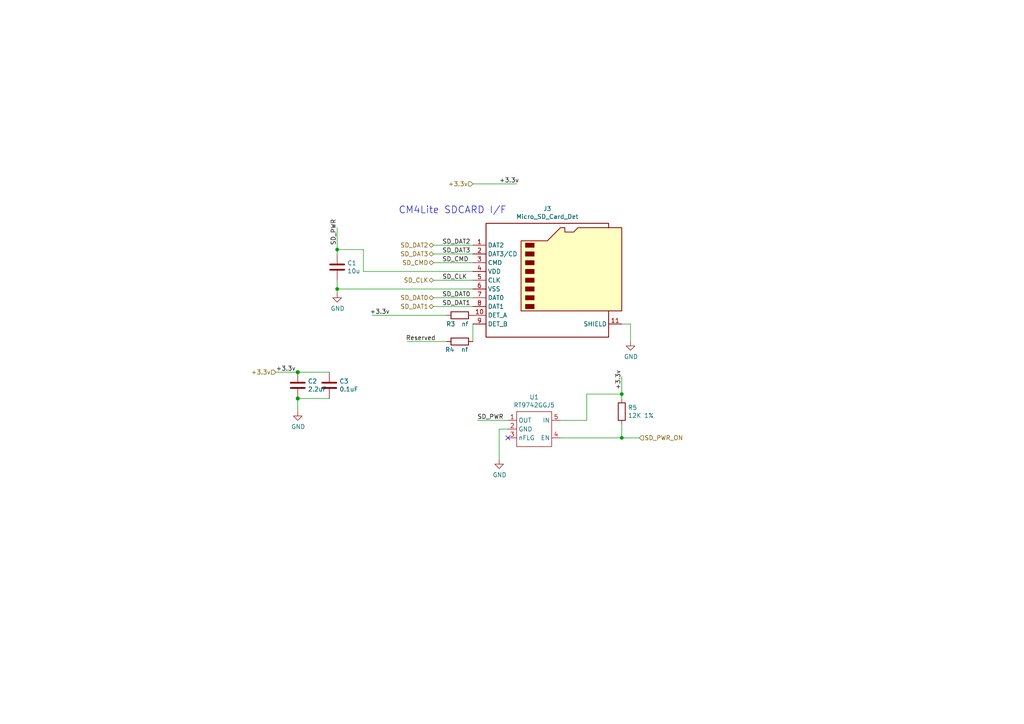
<source format=kicad_sch>
(kicad_sch (version 20210406) (generator eeschema)
  (paper "A4")
  (lib_symbols
    (symbol "CM4IO:RT9742GGJ5"
      (property "Reference" "U" (at 0 0 0))
      (property "Value" "RT9742GGJ5" (at 0 0 0))
      (symbol "RT9742GGJ5_0_0"
        (pin power_out line (at -8.89 10.16 0) (length 2.54) (name "OUT") (number "1"))
        (pin power_in line (at -8.89 7.62 0) (length 2.54) (name "GND") (number "2"))
        (pin open_collector line (at -8.89 5.08 0) (length 2.54) (name "nFLG") (number "3"))
        (pin input line (at 6.35 5.08 180) (length 2.54) (name "EN") (number "4"))
        (pin power_in line (at 6.35 10.16 180) (length 2.54) (name "IN") (number "5"))
      )
      (symbol "RT9742GGJ5_0_1"
        (rectangle (start -6.35 12.7) (end 3.81 2.54))
      )
    )
    (symbol "Connector:Micro_SD_Card_Det"
      (property "Reference" "J" (at -16.51 17.78 0))
      (property "Value" "Micro_SD_Card_Det" (at 16.51 17.78 0))
      (symbol "Micro_SD_Card_Det_0_1"
        (rectangle (start -7.62 -6.985) (end -5.08 -8.255) (fill (type outline)))
        (rectangle (start -7.62 -4.445) (end -5.08 -5.715) (fill (type outline)))
        (rectangle (start -7.62 -1.905) (end -5.08 -3.175) (fill (type outline)))
        (rectangle (start -7.62 0.635) (end -5.08 -0.635) (fill (type outline)))
        (rectangle (start -7.62 3.175) (end -5.08 1.905) (fill (type outline)))
        (rectangle (start -7.62 5.715) (end -5.08 4.445) (fill (type outline)))
        (rectangle (start -7.62 8.255) (end -5.08 6.985) (fill (type outline)))
        (rectangle (start -7.62 10.795) (end -5.08 9.525) (fill (type outline)))
        (polyline (pts (xy 16.51 15.24) (xy 16.51 16.51) (xy -19.05 16.51) (xy -19.05 -16.51) (xy 16.51 -16.51) (xy 16.51 -8.89)) (stroke (width 0.254)))
        (polyline (pts (xy -8.89 -8.89) (xy -8.89 11.43) (xy -1.27 11.43) (xy 2.54 15.24) (xy 3.81 15.24) (xy 3.81 13.97) (xy 6.35 13.97) (xy 7.62 15.24) (xy 20.32 15.24) (xy 20.32 -8.89) (xy -8.89 -8.89)) (stroke (width 0.254)) (fill (type background)))
      )
      (symbol "Micro_SD_Card_Det_1_1"
        (pin bidirectional line (at -22.86 10.16 0) (length 3.81) (name "DAT2") (number "1"))
        (pin passive line (at -22.86 -10.16 0) (length 3.81) (name "DET_A") (number "10"))
        (pin passive line (at 20.32 -12.7 180) (length 3.81) (name "SHIELD") (number "11"))
        (pin bidirectional line (at -22.86 7.62 0) (length 3.81) (name "DAT3/CD") (number "2"))
        (pin input line (at -22.86 5.08 0) (length 3.81) (name "CMD") (number "3"))
        (pin power_in line (at -22.86 2.54 0) (length 3.81) (name "VDD") (number "4"))
        (pin input line (at -22.86 0 0) (length 3.81) (name "CLK") (number "5"))
        (pin power_in line (at -22.86 -2.54 0) (length 3.81) (name "VSS") (number "6"))
        (pin bidirectional line (at -22.86 -5.08 0) (length 3.81) (name "DAT0") (number "7"))
        (pin bidirectional line (at -22.86 -7.62 0) (length 3.81) (name "DAT1") (number "8"))
        (pin passive line (at -22.86 -12.7 0) (length 3.81) (name "DET_B") (number "9"))
      )
    )
    (symbol "Device:C" (pin_numbers hide) (pin_names (offset 0.254))
      (property "Reference" "C" (at 0.635 2.54 0))
      (property "Value" "C" (at 0.635 -2.54 0))
      (symbol "C_0_1"
        (polyline (pts (xy -2.032 -0.762) (xy 2.032 -0.762)) (stroke (width 0.508)))
        (polyline (pts (xy -2.032 0.762) (xy 2.032 0.762)) (stroke (width 0.508)))
      )
      (symbol "C_1_1"
        (pin passive line (at 0 3.81 270) (length 2.794) (name "~") (number "1"))
        (pin passive line (at 0 -3.81 90) (length 2.794) (name "~") (number "2"))
      )
    )
    (symbol "Device:R" (pin_numbers hide) (pin_names (offset 0))
      (property "Reference" "R" (at 2.032 0 90))
      (property "Value" "R" (at 0 0 90))
      (symbol "R_0_1"
        (rectangle (start -1.016 -2.54) (end 1.016 2.54) (stroke (width 0.254)))
      )
      (symbol "R_1_1"
        (pin passive line (at 0 3.81 270) (length 1.27) (name "~") (number "1"))
        (pin passive line (at 0 -3.81 90) (length 1.27) (name "~") (number "2"))
      )
    )
    (symbol "power:GND" (power) (pin_names (offset 0))
      (property "Value" "GND" (at 0 -3.81 0))
      (symbol "GND_0_1"
        (polyline (pts (xy 0 0) (xy 0 -1.27) (xy 1.27 -1.27) (xy 0 -2.54) (xy -1.27 -1.27) (xy 0 -1.27)))
      )
      (symbol "GND_1_1"
        (pin power_in line (at 0 0 270) (length 0) hide (name "GND") (number "1"))
      )
    )
  )
  (junction (at 86.36 107.95) (diameter 1.016))
  (junction (at 86.36 115.57) (diameter 1.016))
  (junction (at 97.79 72.39) (diameter 0.9144))
  (junction (at 97.79 83.82) (diameter 0.9144))
  (junction (at 180.34 114.3) (diameter 0.9144))
  (junction (at 180.34 127) (diameter 0.9144))
  (no_connect (at 147.32 127))
  (wire (pts (xy 80.01 107.95) (xy 86.36 107.95)))
  (wire (pts (xy 86.36 107.95) (xy 95.504 107.95)))
  (wire (pts (xy 86.36 115.57) (xy 95.504 115.57)))
  (wire (pts (xy 86.36 119.38) (xy 86.36 115.57)))
  (wire (pts (xy 97.79 66.04) (xy 97.79 72.39)))
  (wire (pts (xy 97.79 72.39) (xy 105.41 72.39)))
  (wire (pts (xy 97.79 73.66) (xy 97.79 72.39)))
  (wire (pts (xy 97.79 81.28) (xy 97.79 83.82)))
  (wire (pts (xy 97.79 83.82) (xy 97.79 85.09)))
  (wire (pts (xy 97.79 83.82) (xy 137.16 83.82)))
  (wire (pts (xy 105.41 72.39) (xy 105.41 78.74)))
  (wire (pts (xy 105.41 78.74) (xy 137.16 78.74)))
  (wire (pts (xy 107.95 91.44) (xy 129.54 91.44)))
  (wire (pts (xy 118.11 99.06) (xy 129.54 99.06)))
  (wire (pts (xy 125.73 71.12) (xy 137.16 71.12)))
  (wire (pts (xy 125.73 76.2) (xy 137.16 76.2)))
  (wire (pts (xy 125.73 86.36) (xy 137.16 86.36)))
  (wire (pts (xy 137.16 53.34) (xy 149.86 53.34)))
  (wire (pts (xy 137.16 73.66) (xy 125.73 73.66)))
  (wire (pts (xy 137.16 81.28) (xy 125.73 81.28)))
  (wire (pts (xy 137.16 88.9) (xy 125.73 88.9)))
  (wire (pts (xy 137.16 93.98) (xy 137.16 99.06)))
  (wire (pts (xy 144.78 124.46) (xy 144.78 133.35)))
  (wire (pts (xy 147.32 121.92) (xy 138.43 121.92)))
  (wire (pts (xy 147.32 124.46) (xy 144.78 124.46)))
  (wire (pts (xy 162.56 121.92) (xy 170.18 121.92)))
  (wire (pts (xy 162.56 127) (xy 180.34 127)))
  (wire (pts (xy 170.18 114.3) (xy 170.18 121.92)))
  (wire (pts (xy 180.34 93.98) (xy 182.88 93.98)))
  (wire (pts (xy 180.34 109.22) (xy 180.34 114.3)))
  (wire (pts (xy 180.34 114.3) (xy 170.18 114.3)))
  (wire (pts (xy 180.34 115.57) (xy 180.34 114.3)))
  (wire (pts (xy 180.34 123.19) (xy 180.34 127)))
  (wire (pts (xy 180.34 127) (xy 185.42 127)))
  (wire (pts (xy 182.88 93.98) (xy 182.88 99.06)))
  (text "CM4Lite SDCARD I/F" (at 115.57 62.23 0) (effects (font (size 2.007 2.007)) (justify left bottom)))
  (label "+3.3v" (at 80.01 107.95 0))
  (label "SD_PWR" (at 97.79 71.12 90))
  (label "+3.3v" (at 113.03 91.44 180))
  (label "Reserved" (at 126.365 99.06 180))
  (label "SD_DAT2" (at 128.27 71.12 0))
  (label "SD_DAT3" (at 128.27 73.66 0))
  (label "SD_CMD" (at 128.27 76.2 0))
  (label "SD_CLK" (at 128.27 81.28 0))
  (label "SD_DAT0" (at 128.27 86.36 0))
  (label "SD_DAT1" (at 128.27 88.9 0))
  (label "SD_PWR" (at 138.43 121.92 0))
  (label "+3.3v" (at 144.78 53.34 0))
  (label "+3.3v" (at 180.34 113.03 90))
  (hierarchical_label "+3.3v" (shape input) (at 80.01 107.95 180))
  (hierarchical_label "SD_DAT2" (shape bidirectional) (at 125.73 71.12 180))
  (hierarchical_label "SD_DAT3" (shape bidirectional) (at 125.73 73.66 180))
  (hierarchical_label "SD_CMD" (shape bidirectional) (at 125.73 76.2 180))
  (hierarchical_label "SD_CLK" (shape bidirectional) (at 125.73 81.28 180))
  (hierarchical_label "SD_DAT0" (shape bidirectional) (at 125.73 86.36 180))
  (hierarchical_label "SD_DAT1" (shape bidirectional) (at 125.73 88.9 180))
  (hierarchical_label "+3.3v" (shape input) (at 137.16 53.34 180))
  (hierarchical_label "SD_PWR_ON" (shape input) (at 185.42 127 0))
  (symbol (lib_id "power:GND") (at 86.36 119.38 0) (unit 1)
    (property "Reference" "#PWR056" (effects hide))
    (property "Value" "GND" (at 86.487 123.7742 0))
  )
  (symbol (lib_id "power:GND") (at 97.79 85.09 0) (unit 1)
    (property "Reference" "#PWR054" (effects hide))
    (property "Value" "GND" (at 97.917 89.4842 0))
  )
  (symbol (lib_id "power:GND") (at 144.78 133.35 0) (unit 1)
    (property "Reference" "#PWR057" (effects hide))
    (property "Value" "GND" (at 144.907 137.7442 0))
  )
  (symbol (lib_id "power:GND") (at 182.88 99.06 0) (unit 1)
    (property "Reference" "#PWR055" (effects hide))
    (property "Value" "GND" (at 183.007 103.4542 0))
  )
  (symbol (lib_id "Device:R") (at 133.35 91.44 90) (unit 1)
    (property "Reference" "R3" (at 132.08 93.98 90) (effects (justify left)))
    (property "Value" "nf" (at 135.89 93.98 90) (effects (justify left)))
    (property "Footprint" "Resistor_SMD:R_0603_1608Metric" (effects hide))
    (property "Datasheet" "https://fscdn.rohm.com/en/products/databook/datasheet/passive/resistor/chip_resistor/mcr-e.pdf" (effects hide))
    (property "Field4" "Farnell" (effects hide))
    (property "Field5" "9239235" (effects hide))
    (property "Field7" "KOA EUROPE GMBH" (effects hide))
    (property "Field6" "RK73H1ETTP1001F" (effects hide))
    (property "Part Description" "Resistor 1K M1005 1% 63mW" (effects hide))
    (property "Field8" "125049511" (effects hide))
  )
  (symbol (lib_id "Device:R") (at 133.35 99.06 90) (unit 1)
    (property "Reference" "R4" (at 131.8006 101.4476 90) (effects (justify left)))
    (property "Value" "nf" (at 135.8138 101.3968 90) (effects (justify left)))
    (property "Footprint" "Resistor_SMD:R_0603_1608Metric" (effects hide))
    (property "Datasheet" "https://fscdn.rohm.com/en/products/databook/datasheet/passive/resistor/chip_resistor/mcr-e.pdf" (effects hide))
    (property "Field4" "Farnell" (effects hide))
    (property "Field5" "9239235" (effects hide))
    (property "Field7" "KOA EUROPE GMBH" (effects hide))
    (property "Field6" "RK73H1ETTP1001F" (effects hide))
    (property "Part Description" "Resistor 1K M1005 1% 63mW" (effects hide))
    (property "Field8" "125049511" (effects hide))
  )
  (symbol (lib_id "Device:R") (at 180.34 119.38 0) (unit 1)
    (property "Reference" "R5" (at 182.118 118.2116 0) (effects (justify left)))
    (property "Value" "12K 1%" (at 182.118 120.523 0) (effects (justify left)))
    (property "Footprint" "Resistor_SMD:R_0603_1608Metric" (effects hide))
    (property "Datasheet" "https://fscdn.rohm.com/en/products/databook/datasheet/passive/resistor/chip_resistor/mcr-e.pdf" (effects hide))
    (property "Field4" "Farnell" (effects hide))
    (property "Field5" "9239367" (effects hide))
    (property "Field7" "Rohm" (effects hide))
    (property "Field6" "MCR01MZPF1202" (effects hide))
    (property "Part Description" "Resistor 12K M1005 1% 63mW" (effects hide))
  )
  (symbol (lib_id "Device:C") (at 86.36 111.76 0) (unit 1)
    (property "Reference" "C2" (at 89.281 110.5916 0) (effects (justify left)))
    (property "Value" "2.2uF" (at 89.281 112.903 0) (effects (justify left)))
    (property "Footprint" "Capacitor_SMD:C_0603_1608Metric" (effects hide))
    (property "Datasheet" "https://search.murata.co.jp/Ceramy/image/img/A01X/G101/ENG/GRM21BR71A106KA73-01.pdf" (effects hide))
    (property "Field5" "490-14381-1-ND" (effects hide))
    (property "Field4" "Digikey" (effects hide))
    (property "Field6" "GRM21BR71A106KA73L" (effects hide))
    (property "Field7" "Murata" (effects hide))
    (property "Part Description" "	10uF 10% 10V Ceramic Capacitor X7R 0805 (2012 Metric)" (effects hide))
    (property "Field8" "111893011" (effects hide))
  )
  (symbol (lib_id "Device:C") (at 95.504 111.76 0) (unit 1)
    (property "Reference" "C3" (at 98.425 110.5916 0) (effects (justify left)))
    (property "Value" "0.1uF" (at 98.425 112.903 0) (effects (justify left)))
    (property "Footprint" "Capacitor_SMD:C_0603_1608Metric" (effects hide))
    (property "Datasheet" "https://search.murata.co.jp/Ceramy/image/img/A01X/G101/ENG/GRM21BR71A106KA73-01.pdf" (effects hide))
    (property "Field5" "490-14381-1-ND" (effects hide))
    (property "Field4" "Digikey" (effects hide))
    (property "Field6" "GRM21BR71A106KA73L" (effects hide))
    (property "Field7" "Murata" (effects hide))
    (property "Part Description" "	10uF 10% 10V Ceramic Capacitor X7R 0805 (2012 Metric)" (effects hide))
    (property "Field8" "111893011" (effects hide))
  )
  (symbol (lib_id "Device:C") (at 97.79 77.47 0) (unit 1)
    (property "Reference" "C1" (at 100.711 76.3016 0) (effects (justify left)))
    (property "Value" "10u" (at 100.711 78.613 0) (effects (justify left)))
    (property "Footprint" "Capacitor_SMD:C_0603_1608Metric" (effects hide))
    (property "Datasheet" "https://search.murata.co.jp/Ceramy/image/img/A01X/G101/ENG/GRM21BR71A106KA73-01.pdf" (effects hide))
    (property "Field5" "490-14381-1-ND" (effects hide))
    (property "Field4" "Digikey" (effects hide))
    (property "Field6" "GRM21BR71A106KA73L" (effects hide))
    (property "Field7" "Murata" (effects hide))
    (property "Part Description" "	10uF 10% 10V Ceramic Capacitor X7R 0805 (2012 Metric)" (effects hide))
    (property "Field8" "111893011" (effects hide))
  )
  (symbol (lib_id "CM4IO:RT9742GGJ5") (at 156.21 132.08 0) (unit 1)
    (property "Reference" "U1" (at 154.94 115.189 0))
    (property "Value" "RT9742GGJ5" (at 154.94 117.5004 0))
    (property "Footprint" "Package_TO_SOT_SMD:SOT-23-5" (effects hide))
    (property "Datasheet" "https://www.richtek.com/assets/product_file/RT9742/DS9742-00.pdf" (effects hide))
    (property "Field4" "Farnell" (effects hide))
    (property "Field5" "	2545875" (effects hide))
    (property "Field6" "RT9742GGJ5" (effects hide))
    (property "Field7" "RichTek" (effects hide))
    (property "Field8" "USWI00166" (effects hide))
    (property "Part Description" "	Power Switch/Driver 1:1 N-Channel 1A TSOT-23-5" (effects hide))
  )
  (symbol (lib_id "Connector:Micro_SD_Card_Det") (at 160.02 81.28 0) (unit 1)
    (property "Reference" "J3" (at 158.75 60.5282 0))
    (property "Value" "Micro_SD_Card_Det" (at 158.75 62.8396 0))
    (property "Footprint" "cm4crypto:SDCARD_MOLEX_503398-1892" (effects hide))
    (property "Datasheet" "https://www.hirose.com/product/en/download_file/key_name/DM3/category/Catalog/doc_file_id/49662/?file_category_id=4&item_id=195&is_series=1" (effects hide))
    (property "Field4" "Farnell" (effects hide))
    (property "Field5" "2358234" (effects hide))
    (property "Field6" "503398-1892" (effects hide))
    (property "Field7" "Molex" (effects hide))
    (property "Part Description" "9 (8 + 1) Position Card Connector microSD™ Surface Mount, Right Angle Gold" (effects hide))
    (property "Field8" "UCON00512" (effects hide))
  )
)
</source>
